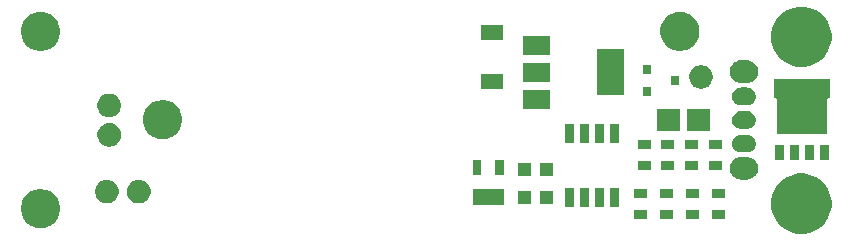
<source format=gbr>
G04 #@! TF.GenerationSoftware,KiCad,Pcbnew,5.1.0-unknown-9e240db~82~ubuntu18.04.1*
G04 #@! TF.CreationDate,2019-04-09T01:03:21+02:00*
G04 #@! TF.ProjectId,VoltMax PWM,566f6c74-4d61-4782-9050-574d2e6b6963,rev?*
G04 #@! TF.SameCoordinates,Original*
G04 #@! TF.FileFunction,Soldermask,Bot*
G04 #@! TF.FilePolarity,Negative*
%FSLAX46Y46*%
G04 Gerber Fmt 4.6, Leading zero omitted, Abs format (unit mm)*
G04 Created by KiCad (PCBNEW 5.1.0-unknown-9e240db~82~ubuntu18.04.1) date 2019-04-09 01:03:21*
%MOMM*%
%LPD*%
G04 APERTURE LIST*
%ADD10C,0.100000*%
G04 APERTURE END LIST*
D10*
G36*
X176480000Y-103288000D02*
G01*
X176331000Y-103300000D01*
X176186000Y-103335000D01*
X176048000Y-103392000D01*
X175920000Y-103470000D01*
X175807000Y-103567000D01*
X175710000Y-103680000D01*
X175632000Y-103808000D01*
X175575000Y-103946000D01*
X175540000Y-104091000D01*
X175528000Y-104240000D01*
X175540000Y-104389000D01*
X175575000Y-104534000D01*
X175632000Y-104672000D01*
X175710000Y-104800000D01*
X175807000Y-104913000D01*
X175920000Y-105010000D01*
X176048000Y-105088000D01*
X176186000Y-105145000D01*
X176331000Y-105180000D01*
X176480000Y-105192000D01*
X176980000Y-105192000D01*
X177129000Y-105180000D01*
X177274000Y-105145000D01*
X177412000Y-105088000D01*
X177540000Y-105010000D01*
X177653000Y-104913000D01*
X177750000Y-104800000D01*
X177828000Y-104672000D01*
X177885000Y-104534000D01*
X177920000Y-104389000D01*
X177932000Y-104240000D01*
X177920000Y-104091000D01*
X177885000Y-103946000D01*
X177828000Y-103808000D01*
X177750000Y-103680000D01*
X177653000Y-103567000D01*
X177540000Y-103470000D01*
X177412000Y-103392000D01*
X177274000Y-103335000D01*
X177129000Y-103300000D01*
X176980000Y-103288000D01*
X176480000Y-103288000D01*
G37*
G36*
X176480000Y-95088000D02*
G01*
X176331000Y-95100000D01*
X176186000Y-95135000D01*
X176048000Y-95192000D01*
X175920000Y-95270000D01*
X175807000Y-95367000D01*
X175710000Y-95480000D01*
X175632000Y-95608000D01*
X175575000Y-95746000D01*
X175540000Y-95891000D01*
X175528000Y-96040000D01*
X175540000Y-96189000D01*
X175575000Y-96334000D01*
X175632000Y-96472000D01*
X175710000Y-96600000D01*
X175807000Y-96713000D01*
X175920000Y-96810000D01*
X176048000Y-96888000D01*
X176186000Y-96945000D01*
X176331000Y-96980000D01*
X176480000Y-96992000D01*
X176980000Y-96992000D01*
X177129000Y-96980000D01*
X177274000Y-96945000D01*
X177412000Y-96888000D01*
X177540000Y-96810000D01*
X177653000Y-96713000D01*
X177750000Y-96600000D01*
X177828000Y-96472000D01*
X177885000Y-96334000D01*
X177920000Y-96189000D01*
X177932000Y-96040000D01*
X177920000Y-95891000D01*
X177885000Y-95746000D01*
X177828000Y-95608000D01*
X177750000Y-95480000D01*
X177653000Y-95367000D01*
X177540000Y-95270000D01*
X177412000Y-95192000D01*
X177274000Y-95135000D01*
X177129000Y-95100000D01*
X176980000Y-95088000D01*
X176480000Y-95088000D01*
G37*
G36*
X176480000Y-101388000D02*
G01*
X176362000Y-101397000D01*
X176248000Y-101425000D01*
X176139000Y-101470000D01*
X176038000Y-101532000D01*
X175948000Y-101608000D01*
X175872000Y-101698000D01*
X175810000Y-101799000D01*
X175765000Y-101908000D01*
X175737000Y-102022000D01*
X175728000Y-102140000D01*
X175737000Y-102258000D01*
X175765000Y-102372000D01*
X175810000Y-102481000D01*
X175872000Y-102582000D01*
X175948000Y-102672000D01*
X176038000Y-102748000D01*
X176139000Y-102810000D01*
X176248000Y-102855000D01*
X176362000Y-102883000D01*
X176480000Y-102892000D01*
X176980000Y-102892000D01*
X177098000Y-102883000D01*
X177212000Y-102855000D01*
X177321000Y-102810000D01*
X177422000Y-102748000D01*
X177512000Y-102672000D01*
X177588000Y-102582000D01*
X177650000Y-102481000D01*
X177695000Y-102372000D01*
X177723000Y-102258000D01*
X177732000Y-102140000D01*
X177723000Y-102022000D01*
X177695000Y-101908000D01*
X177650000Y-101799000D01*
X177588000Y-101698000D01*
X177512000Y-101608000D01*
X177422000Y-101532000D01*
X177321000Y-101470000D01*
X177212000Y-101425000D01*
X177098000Y-101397000D01*
X176980000Y-101388000D01*
X176480000Y-101388000D01*
G37*
G36*
X176480000Y-99388000D02*
G01*
X176362000Y-99397000D01*
X176248000Y-99425000D01*
X176139000Y-99470000D01*
X176038000Y-99532000D01*
X175948000Y-99608000D01*
X175872000Y-99698000D01*
X175810000Y-99799000D01*
X175765000Y-99908000D01*
X175737000Y-100022000D01*
X175728000Y-100140000D01*
X175737000Y-100258000D01*
X175765000Y-100372000D01*
X175810000Y-100481000D01*
X175872000Y-100582000D01*
X175948000Y-100672000D01*
X176038000Y-100748000D01*
X176139000Y-100810000D01*
X176248000Y-100855000D01*
X176362000Y-100883000D01*
X176480000Y-100892000D01*
X176980000Y-100892000D01*
X177098000Y-100883000D01*
X177212000Y-100855000D01*
X177321000Y-100810000D01*
X177422000Y-100748000D01*
X177512000Y-100672000D01*
X177588000Y-100582000D01*
X177650000Y-100481000D01*
X177695000Y-100372000D01*
X177723000Y-100258000D01*
X177732000Y-100140000D01*
X177723000Y-100022000D01*
X177695000Y-99908000D01*
X177650000Y-99799000D01*
X177588000Y-99698000D01*
X177512000Y-99608000D01*
X177422000Y-99532000D01*
X177321000Y-99470000D01*
X177212000Y-99425000D01*
X177098000Y-99397000D01*
X176980000Y-99388000D01*
X176480000Y-99388000D01*
G37*
G36*
X176480000Y-97388000D02*
G01*
X176362000Y-97397000D01*
X176248000Y-97425000D01*
X176139000Y-97470000D01*
X176038000Y-97532000D01*
X175948000Y-97608000D01*
X175872000Y-97698000D01*
X175810000Y-97799000D01*
X175765000Y-97908000D01*
X175737000Y-98022000D01*
X175728000Y-98140000D01*
X175737000Y-98258000D01*
X175765000Y-98372000D01*
X175810000Y-98481000D01*
X175872000Y-98582000D01*
X175948000Y-98672000D01*
X176038000Y-98748000D01*
X176139000Y-98810000D01*
X176248000Y-98855000D01*
X176362000Y-98883000D01*
X176480000Y-98892000D01*
X176980000Y-98892000D01*
X177098000Y-98883000D01*
X177212000Y-98855000D01*
X177321000Y-98810000D01*
X177422000Y-98748000D01*
X177512000Y-98672000D01*
X177588000Y-98582000D01*
X177650000Y-98481000D01*
X177695000Y-98372000D01*
X177723000Y-98258000D01*
X177732000Y-98140000D01*
X177723000Y-98022000D01*
X177695000Y-97908000D01*
X177650000Y-97799000D01*
X177588000Y-97698000D01*
X177512000Y-97608000D01*
X177422000Y-97532000D01*
X177321000Y-97470000D01*
X177212000Y-97425000D01*
X177098000Y-97397000D01*
X176980000Y-97388000D01*
X176480000Y-97388000D01*
G37*
G36*
X182344098Y-104767033D02*
G01*
X182808350Y-104959332D01*
X182808352Y-104959333D01*
X183226168Y-105238509D01*
X183581491Y-105593832D01*
X183852216Y-105999000D01*
X183860668Y-106011650D01*
X184052967Y-106475902D01*
X184151000Y-106968747D01*
X184151000Y-107471253D01*
X184052967Y-107964098D01*
X183861625Y-108426040D01*
X183860667Y-108428352D01*
X183581491Y-108846168D01*
X183226168Y-109201491D01*
X182808352Y-109480667D01*
X182808351Y-109480668D01*
X182808350Y-109480668D01*
X182344098Y-109672967D01*
X181851253Y-109771000D01*
X181348747Y-109771000D01*
X180855902Y-109672967D01*
X180391650Y-109480668D01*
X180391649Y-109480668D01*
X180391648Y-109480667D01*
X179973832Y-109201491D01*
X179618509Y-108846168D01*
X179339333Y-108428352D01*
X179338375Y-108426040D01*
X179147033Y-107964098D01*
X179049000Y-107471253D01*
X179049000Y-106968747D01*
X179147033Y-106475902D01*
X179339332Y-106011650D01*
X179347784Y-105999000D01*
X179618509Y-105593832D01*
X179973832Y-105238509D01*
X180391648Y-104959333D01*
X180391650Y-104959332D01*
X180855902Y-104767033D01*
X181348747Y-104669000D01*
X181851253Y-104669000D01*
X182344098Y-104767033D01*
X182344098Y-104767033D01*
G37*
G36*
X117544256Y-106035298D02*
G01*
X117650579Y-106056447D01*
X117951042Y-106180903D01*
X118221451Y-106361585D01*
X118451415Y-106591549D01*
X118632097Y-106861958D01*
X118725564Y-107087606D01*
X118756553Y-107162422D01*
X118817984Y-107471253D01*
X118820000Y-107481391D01*
X118820000Y-107806609D01*
X118756553Y-108125579D01*
X118632097Y-108426042D01*
X118451415Y-108696451D01*
X118221451Y-108926415D01*
X117951042Y-109107097D01*
X117650579Y-109231553D01*
X117544256Y-109252702D01*
X117331611Y-109295000D01*
X117006389Y-109295000D01*
X116793744Y-109252702D01*
X116687421Y-109231553D01*
X116386958Y-109107097D01*
X116116549Y-108926415D01*
X115886585Y-108696451D01*
X115705903Y-108426042D01*
X115581447Y-108125579D01*
X115518000Y-107806609D01*
X115518000Y-107481391D01*
X115520017Y-107471253D01*
X115581447Y-107162422D01*
X115612437Y-107087606D01*
X115705903Y-106861958D01*
X115886585Y-106591549D01*
X116116549Y-106361585D01*
X116386958Y-106180903D01*
X116687421Y-106056447D01*
X116793744Y-106035298D01*
X117006389Y-105993000D01*
X117331611Y-105993000D01*
X117544256Y-106035298D01*
X117544256Y-106035298D01*
G37*
G36*
X168551000Y-108513000D02*
G01*
X167449000Y-108513000D01*
X167449000Y-107741000D01*
X168551000Y-107741000D01*
X168551000Y-108513000D01*
X168551000Y-108513000D01*
G37*
G36*
X172967000Y-108513000D02*
G01*
X171865000Y-108513000D01*
X171865000Y-107741000D01*
X172967000Y-107741000D01*
X172967000Y-108513000D01*
X172967000Y-108513000D01*
G37*
G36*
X170751000Y-108513000D02*
G01*
X169649000Y-108513000D01*
X169649000Y-107741000D01*
X170751000Y-107741000D01*
X170751000Y-108513000D01*
X170751000Y-108513000D01*
G37*
G36*
X175151000Y-108513000D02*
G01*
X174049000Y-108513000D01*
X174049000Y-107741000D01*
X175151000Y-107741000D01*
X175151000Y-108513000D01*
X175151000Y-108513000D01*
G37*
G36*
X164911000Y-107525500D02*
G01*
X164159000Y-107525500D01*
X164159000Y-105898500D01*
X164911000Y-105898500D01*
X164911000Y-107525500D01*
X164911000Y-107525500D01*
G37*
G36*
X166181000Y-107525500D02*
G01*
X165429000Y-107525500D01*
X165429000Y-105898500D01*
X166181000Y-105898500D01*
X166181000Y-107525500D01*
X166181000Y-107525500D01*
G37*
G36*
X163641000Y-107525500D02*
G01*
X162889000Y-107525500D01*
X162889000Y-105898500D01*
X163641000Y-105898500D01*
X163641000Y-107525500D01*
X163641000Y-107525500D01*
G37*
G36*
X162371000Y-107525500D02*
G01*
X161619000Y-107525500D01*
X161619000Y-105898500D01*
X162371000Y-105898500D01*
X162371000Y-107525500D01*
X162371000Y-107525500D01*
G37*
G36*
X156401000Y-107301000D02*
G01*
X153799000Y-107301000D01*
X153799000Y-105999000D01*
X156401000Y-105999000D01*
X156401000Y-107301000D01*
X156401000Y-107301000D01*
G37*
G36*
X158701000Y-107251000D02*
G01*
X157599000Y-107251000D01*
X157599000Y-106149000D01*
X158701000Y-106149000D01*
X158701000Y-107251000D01*
X158701000Y-107251000D01*
G37*
G36*
X160601000Y-107251000D02*
G01*
X159499000Y-107251000D01*
X159499000Y-106149000D01*
X160601000Y-106149000D01*
X160601000Y-107251000D01*
X160601000Y-107251000D01*
G37*
G36*
X122995403Y-105217646D02*
G01*
X123092156Y-105236891D01*
X123167658Y-105268165D01*
X123274434Y-105312393D01*
X123274435Y-105312394D01*
X123438483Y-105422007D01*
X123577993Y-105561517D01*
X123577994Y-105561519D01*
X123687607Y-105725566D01*
X123731835Y-105832342D01*
X123759239Y-105898500D01*
X123763109Y-105907845D01*
X123801600Y-106101350D01*
X123801600Y-106298650D01*
X123763109Y-106492155D01*
X123687607Y-106674434D01*
X123687606Y-106674435D01*
X123577993Y-106838483D01*
X123438483Y-106977993D01*
X123355902Y-107033172D01*
X123274434Y-107087607D01*
X123167658Y-107131835D01*
X123092156Y-107163109D01*
X122995403Y-107182354D01*
X122898650Y-107201600D01*
X122701350Y-107201600D01*
X122604597Y-107182354D01*
X122507844Y-107163109D01*
X122432342Y-107131835D01*
X122325566Y-107087607D01*
X122244098Y-107033172D01*
X122161517Y-106977993D01*
X122022007Y-106838483D01*
X121912394Y-106674435D01*
X121912393Y-106674434D01*
X121836891Y-106492155D01*
X121798400Y-106298650D01*
X121798400Y-106101350D01*
X121836891Y-105907845D01*
X121840762Y-105898500D01*
X121868165Y-105832342D01*
X121912393Y-105725566D01*
X122022006Y-105561519D01*
X122022007Y-105561517D01*
X122161517Y-105422007D01*
X122325565Y-105312394D01*
X122325566Y-105312393D01*
X122432342Y-105268165D01*
X122507844Y-105236891D01*
X122604597Y-105217646D01*
X122701350Y-105198400D01*
X122898650Y-105198400D01*
X122995403Y-105217646D01*
X122995403Y-105217646D01*
G37*
G36*
X125695403Y-105217646D02*
G01*
X125792156Y-105236891D01*
X125867658Y-105268165D01*
X125974434Y-105312393D01*
X125974435Y-105312394D01*
X126138483Y-105422007D01*
X126277993Y-105561517D01*
X126277994Y-105561519D01*
X126387607Y-105725566D01*
X126431835Y-105832342D01*
X126459239Y-105898500D01*
X126463109Y-105907845D01*
X126501600Y-106101350D01*
X126501600Y-106298650D01*
X126463109Y-106492155D01*
X126387607Y-106674434D01*
X126387606Y-106674435D01*
X126277993Y-106838483D01*
X126138483Y-106977993D01*
X126055902Y-107033172D01*
X125974434Y-107087607D01*
X125867658Y-107131835D01*
X125792156Y-107163109D01*
X125695403Y-107182354D01*
X125598650Y-107201600D01*
X125401350Y-107201600D01*
X125304597Y-107182354D01*
X125207844Y-107163109D01*
X125132342Y-107131835D01*
X125025566Y-107087607D01*
X124944098Y-107033172D01*
X124861517Y-106977993D01*
X124722007Y-106838483D01*
X124612394Y-106674435D01*
X124612393Y-106674434D01*
X124536891Y-106492155D01*
X124498400Y-106298650D01*
X124498400Y-106101350D01*
X124536891Y-105907845D01*
X124540762Y-105898500D01*
X124568165Y-105832342D01*
X124612393Y-105725566D01*
X124722006Y-105561519D01*
X124722007Y-105561517D01*
X124861517Y-105422007D01*
X125025565Y-105312394D01*
X125025566Y-105312393D01*
X125132342Y-105268165D01*
X125207844Y-105236891D01*
X125304597Y-105217646D01*
X125401350Y-105198400D01*
X125598650Y-105198400D01*
X125695403Y-105217646D01*
X125695403Y-105217646D01*
G37*
G36*
X168551000Y-106763000D02*
G01*
X167449000Y-106763000D01*
X167449000Y-105991000D01*
X168551000Y-105991000D01*
X168551000Y-106763000D01*
X168551000Y-106763000D01*
G37*
G36*
X170751000Y-106763000D02*
G01*
X169649000Y-106763000D01*
X169649000Y-105991000D01*
X170751000Y-105991000D01*
X170751000Y-106763000D01*
X170751000Y-106763000D01*
G37*
G36*
X172967000Y-106763000D02*
G01*
X171865000Y-106763000D01*
X171865000Y-105991000D01*
X172967000Y-105991000D01*
X172967000Y-106763000D01*
X172967000Y-106763000D01*
G37*
G36*
X175151000Y-106763000D02*
G01*
X174049000Y-106763000D01*
X174049000Y-105991000D01*
X175151000Y-105991000D01*
X175151000Y-106763000D01*
X175151000Y-106763000D01*
G37*
G36*
X177007570Y-103324969D02*
G01*
X177180753Y-103396704D01*
X177336607Y-103500842D01*
X177469158Y-103633393D01*
X177573296Y-103789247D01*
X177645031Y-103962430D01*
X177681600Y-104146274D01*
X177681600Y-104333726D01*
X177645031Y-104517570D01*
X177573296Y-104690753D01*
X177469158Y-104846607D01*
X177336607Y-104979158D01*
X177180753Y-105083296D01*
X177007570Y-105155031D01*
X176823726Y-105191600D01*
X176636274Y-105191600D01*
X176452430Y-105155031D01*
X176279247Y-105083296D01*
X176123393Y-104979158D01*
X175990842Y-104846607D01*
X175886704Y-104690753D01*
X175814969Y-104517570D01*
X175778400Y-104333726D01*
X175778400Y-104146274D01*
X175814969Y-103962430D01*
X175886704Y-103789247D01*
X175990842Y-103633393D01*
X176123393Y-103500842D01*
X176279247Y-103396704D01*
X176452430Y-103324969D01*
X176636274Y-103288400D01*
X176823726Y-103288400D01*
X177007570Y-103324969D01*
X177007570Y-103324969D01*
G37*
G36*
X160601000Y-104851000D02*
G01*
X159499000Y-104851000D01*
X159499000Y-103749000D01*
X160601000Y-103749000D01*
X160601000Y-104851000D01*
X160601000Y-104851000D01*
G37*
G36*
X158701000Y-104851000D02*
G01*
X157599000Y-104851000D01*
X157599000Y-103749000D01*
X158701000Y-103749000D01*
X158701000Y-104851000D01*
X158701000Y-104851000D01*
G37*
G36*
X154501000Y-104801000D02*
G01*
X153799000Y-104801000D01*
X153799000Y-103499000D01*
X154501000Y-103499000D01*
X154501000Y-104801000D01*
X154501000Y-104801000D01*
G37*
G36*
X156401000Y-104801000D02*
G01*
X155699000Y-104801000D01*
X155699000Y-103499000D01*
X156401000Y-103499000D01*
X156401000Y-104801000D01*
X156401000Y-104801000D01*
G37*
G36*
X174851000Y-104361000D02*
G01*
X173749000Y-104361000D01*
X173749000Y-103589000D01*
X174851000Y-103589000D01*
X174851000Y-104361000D01*
X174851000Y-104361000D01*
G37*
G36*
X168851000Y-104361000D02*
G01*
X167749000Y-104361000D01*
X167749000Y-103589000D01*
X168851000Y-103589000D01*
X168851000Y-104361000D01*
X168851000Y-104361000D01*
G37*
G36*
X170851000Y-104361000D02*
G01*
X169749000Y-104361000D01*
X169749000Y-103589000D01*
X170851000Y-103589000D01*
X170851000Y-104361000D01*
X170851000Y-104361000D01*
G37*
G36*
X172851000Y-104361000D02*
G01*
X171749000Y-104361000D01*
X171749000Y-103589000D01*
X172851000Y-103589000D01*
X172851000Y-104361000D01*
X172851000Y-104361000D01*
G37*
G36*
X180146000Y-103551000D02*
G01*
X179344000Y-103551000D01*
X179344000Y-102299000D01*
X180146000Y-102299000D01*
X180146000Y-103551000D01*
X180146000Y-103551000D01*
G37*
G36*
X181416000Y-103551000D02*
G01*
X180614000Y-103551000D01*
X180614000Y-102299000D01*
X181416000Y-102299000D01*
X181416000Y-103551000D01*
X181416000Y-103551000D01*
G37*
G36*
X183956000Y-103551000D02*
G01*
X183154000Y-103551000D01*
X183154000Y-102299000D01*
X183956000Y-102299000D01*
X183956000Y-103551000D01*
X183956000Y-103551000D01*
G37*
G36*
X182686000Y-103551000D02*
G01*
X181884000Y-103551000D01*
X181884000Y-102299000D01*
X182686000Y-102299000D01*
X182686000Y-103551000D01*
X182686000Y-103551000D01*
G37*
G36*
X176949234Y-101417283D02*
G01*
X177086016Y-101473940D01*
X177209117Y-101556194D01*
X177313806Y-101660883D01*
X177396060Y-101783984D01*
X177452717Y-101920766D01*
X177481600Y-102065974D01*
X177481600Y-102214026D01*
X177452717Y-102359234D01*
X177396060Y-102496016D01*
X177313806Y-102619117D01*
X177209117Y-102723806D01*
X177086016Y-102806060D01*
X176949234Y-102862717D01*
X176804026Y-102891600D01*
X176655974Y-102891600D01*
X176510766Y-102862717D01*
X176373984Y-102806060D01*
X176250883Y-102723806D01*
X176146194Y-102619117D01*
X176063940Y-102496016D01*
X176007283Y-102359234D01*
X175978400Y-102214026D01*
X175978400Y-102065974D01*
X176007283Y-101920766D01*
X176063940Y-101783984D01*
X176146194Y-101660883D01*
X176250883Y-101556194D01*
X176373984Y-101473940D01*
X176510766Y-101417283D01*
X176655974Y-101388400D01*
X176804026Y-101388400D01*
X176949234Y-101417283D01*
X176949234Y-101417283D01*
G37*
G36*
X172851000Y-102611000D02*
G01*
X171749000Y-102611000D01*
X171749000Y-101839000D01*
X172851000Y-101839000D01*
X172851000Y-102611000D01*
X172851000Y-102611000D01*
G37*
G36*
X170851000Y-102611000D02*
G01*
X169749000Y-102611000D01*
X169749000Y-101839000D01*
X170851000Y-101839000D01*
X170851000Y-102611000D01*
X170851000Y-102611000D01*
G37*
G36*
X174851000Y-102611000D02*
G01*
X173749000Y-102611000D01*
X173749000Y-101839000D01*
X174851000Y-101839000D01*
X174851000Y-102611000D01*
X174851000Y-102611000D01*
G37*
G36*
X168851000Y-102611000D02*
G01*
X167749000Y-102611000D01*
X167749000Y-101839000D01*
X168851000Y-101839000D01*
X168851000Y-102611000D01*
X168851000Y-102611000D01*
G37*
G36*
X123195403Y-100417646D02*
G01*
X123292156Y-100436891D01*
X123367658Y-100468165D01*
X123474434Y-100512393D01*
X123474435Y-100512394D01*
X123638483Y-100622007D01*
X123777993Y-100761517D01*
X123807756Y-100806061D01*
X123887607Y-100925566D01*
X123931835Y-101032342D01*
X123963109Y-101107844D01*
X124001600Y-101301351D01*
X124001600Y-101498649D01*
X123969330Y-101660883D01*
X123963109Y-101692155D01*
X123887607Y-101874434D01*
X123856649Y-101920766D01*
X123777993Y-102038483D01*
X123638483Y-102177993D01*
X123555901Y-102233172D01*
X123474434Y-102287607D01*
X123367658Y-102331835D01*
X123292156Y-102363109D01*
X123195403Y-102382354D01*
X123098650Y-102401600D01*
X122901350Y-102401600D01*
X122804597Y-102382354D01*
X122707844Y-102363109D01*
X122632342Y-102331835D01*
X122525566Y-102287607D01*
X122444098Y-102233172D01*
X122361517Y-102177993D01*
X122222007Y-102038483D01*
X122143351Y-101920766D01*
X122112393Y-101874434D01*
X122036891Y-101692155D01*
X122030671Y-101660883D01*
X121998400Y-101498649D01*
X121998400Y-101301351D01*
X122036891Y-101107844D01*
X122068165Y-101032342D01*
X122112393Y-100925566D01*
X122192244Y-100806061D01*
X122222007Y-100761517D01*
X122361517Y-100622007D01*
X122525565Y-100512394D01*
X122525566Y-100512393D01*
X122632342Y-100468165D01*
X122707844Y-100436891D01*
X122804598Y-100417645D01*
X122901350Y-100398400D01*
X123098650Y-100398400D01*
X123195403Y-100417646D01*
X123195403Y-100417646D01*
G37*
G36*
X166181000Y-102101500D02*
G01*
X165429000Y-102101500D01*
X165429000Y-100474500D01*
X166181000Y-100474500D01*
X166181000Y-102101500D01*
X166181000Y-102101500D01*
G37*
G36*
X164911000Y-102101500D02*
G01*
X164159000Y-102101500D01*
X164159000Y-100474500D01*
X164911000Y-100474500D01*
X164911000Y-102101500D01*
X164911000Y-102101500D01*
G37*
G36*
X163641000Y-102101500D02*
G01*
X162889000Y-102101500D01*
X162889000Y-100474500D01*
X163641000Y-100474500D01*
X163641000Y-102101500D01*
X163641000Y-102101500D01*
G37*
G36*
X162371000Y-102101500D02*
G01*
X161619000Y-102101500D01*
X161619000Y-100474500D01*
X162371000Y-100474500D01*
X162371000Y-102101500D01*
X162371000Y-102101500D01*
G37*
G36*
X127890256Y-98506298D02*
G01*
X127996579Y-98527447D01*
X128297042Y-98651903D01*
X128567451Y-98832585D01*
X128797415Y-99062549D01*
X128978097Y-99332958D01*
X128978098Y-99332960D01*
X129001062Y-99388400D01*
X129102553Y-99633421D01*
X129108016Y-99660884D01*
X129159710Y-99920766D01*
X129166000Y-99952391D01*
X129166000Y-100277609D01*
X129102553Y-100596579D01*
X128978097Y-100897042D01*
X128797415Y-101167451D01*
X128567451Y-101397415D01*
X128297042Y-101578097D01*
X127996579Y-101702553D01*
X127890256Y-101723702D01*
X127677611Y-101766000D01*
X127352389Y-101766000D01*
X127139744Y-101723702D01*
X127033421Y-101702553D01*
X126732958Y-101578097D01*
X126462549Y-101397415D01*
X126232585Y-101167451D01*
X126051903Y-100897042D01*
X125927447Y-100596579D01*
X125864000Y-100277609D01*
X125864000Y-99952391D01*
X125870291Y-99920766D01*
X125921984Y-99660884D01*
X125927447Y-99633421D01*
X126028938Y-99388400D01*
X126051902Y-99332960D01*
X126051903Y-99332958D01*
X126232585Y-99062549D01*
X126462549Y-98832585D01*
X126732958Y-98651903D01*
X127033421Y-98527447D01*
X127139744Y-98506298D01*
X127352389Y-98464000D01*
X127677611Y-98464000D01*
X127890256Y-98506298D01*
X127890256Y-98506298D01*
G37*
G36*
X184051000Y-98251000D02*
G01*
X183925999Y-98251000D01*
X183901613Y-98253402D01*
X183878164Y-98260515D01*
X183856553Y-98272066D01*
X183837611Y-98287611D01*
X183822066Y-98306553D01*
X183810515Y-98328164D01*
X183803402Y-98351613D01*
X183801000Y-98375999D01*
X183801000Y-101351000D01*
X179499000Y-101351000D01*
X179499000Y-98375999D01*
X179496598Y-98351613D01*
X179489485Y-98328164D01*
X179477934Y-98306553D01*
X179462389Y-98287611D01*
X179443447Y-98272066D01*
X179421836Y-98260515D01*
X179398387Y-98253402D01*
X179374001Y-98251000D01*
X179249000Y-98251000D01*
X179249000Y-96649000D01*
X184051000Y-96649000D01*
X184051000Y-98251000D01*
X184051000Y-98251000D01*
G37*
G36*
X173831000Y-101095000D02*
G01*
X171929000Y-101095000D01*
X171929000Y-99193000D01*
X173831000Y-99193000D01*
X173831000Y-101095000D01*
X173831000Y-101095000D01*
G37*
G36*
X171291000Y-101095000D02*
G01*
X169389000Y-101095000D01*
X169389000Y-99193000D01*
X171291000Y-99193000D01*
X171291000Y-101095000D01*
X171291000Y-101095000D01*
G37*
G36*
X176949234Y-99417283D02*
G01*
X177086016Y-99473940D01*
X177209117Y-99556194D01*
X177313806Y-99660883D01*
X177396060Y-99783984D01*
X177452717Y-99920766D01*
X177481600Y-100065974D01*
X177481600Y-100214026D01*
X177452717Y-100359234D01*
X177396060Y-100496016D01*
X177313806Y-100619117D01*
X177209117Y-100723806D01*
X177086016Y-100806060D01*
X176949234Y-100862717D01*
X176804026Y-100891600D01*
X176655974Y-100891600D01*
X176510766Y-100862717D01*
X176373984Y-100806060D01*
X176250883Y-100723806D01*
X176146194Y-100619117D01*
X176063940Y-100496016D01*
X176007283Y-100359234D01*
X175978400Y-100214026D01*
X175978400Y-100065974D01*
X176007283Y-99920766D01*
X176063940Y-99783984D01*
X176146194Y-99660883D01*
X176250883Y-99556194D01*
X176373984Y-99473940D01*
X176510766Y-99417283D01*
X176655974Y-99388400D01*
X176804026Y-99388400D01*
X176949234Y-99417283D01*
X176949234Y-99417283D01*
G37*
G36*
X123140812Y-97920765D02*
G01*
X123272156Y-97946891D01*
X123347658Y-97978165D01*
X123454434Y-98022393D01*
X123454435Y-98022394D01*
X123618483Y-98132007D01*
X123757993Y-98271517D01*
X123781403Y-98306553D01*
X123867607Y-98435566D01*
X123892645Y-98496013D01*
X123943109Y-98617844D01*
X123949884Y-98651903D01*
X123981600Y-98811350D01*
X123981600Y-99008650D01*
X123943109Y-99202155D01*
X123867607Y-99384434D01*
X123813172Y-99465902D01*
X123757993Y-99548483D01*
X123618483Y-99687993D01*
X123535902Y-99743172D01*
X123454434Y-99797607D01*
X123347658Y-99841835D01*
X123272156Y-99873109D01*
X123175402Y-99892355D01*
X123078650Y-99911600D01*
X122881350Y-99911600D01*
X122784598Y-99892355D01*
X122687844Y-99873109D01*
X122612342Y-99841835D01*
X122505566Y-99797607D01*
X122424098Y-99743172D01*
X122341517Y-99687993D01*
X122202007Y-99548483D01*
X122146828Y-99465902D01*
X122092393Y-99384434D01*
X122016891Y-99202155D01*
X121978400Y-99008650D01*
X121978400Y-98811350D01*
X122010116Y-98651903D01*
X122016891Y-98617844D01*
X122067355Y-98496013D01*
X122092393Y-98435566D01*
X122178597Y-98306553D01*
X122202007Y-98271517D01*
X122341517Y-98132007D01*
X122505565Y-98022394D01*
X122505566Y-98022393D01*
X122612342Y-97978165D01*
X122687844Y-97946891D01*
X122819188Y-97920765D01*
X122881350Y-97908400D01*
X123078650Y-97908400D01*
X123140812Y-97920765D01*
X123140812Y-97920765D01*
G37*
G36*
X160301000Y-99201000D02*
G01*
X157999000Y-99201000D01*
X157999000Y-97599000D01*
X160301000Y-97599000D01*
X160301000Y-99201000D01*
X160301000Y-99201000D01*
G37*
G36*
X176949234Y-97417283D02*
G01*
X177086016Y-97473940D01*
X177209117Y-97556194D01*
X177313806Y-97660883D01*
X177396060Y-97783984D01*
X177452717Y-97920766D01*
X177481600Y-98065974D01*
X177481600Y-98214026D01*
X177452717Y-98359234D01*
X177396060Y-98496016D01*
X177313806Y-98619117D01*
X177209117Y-98723806D01*
X177086016Y-98806060D01*
X176949234Y-98862717D01*
X176804026Y-98891600D01*
X176655974Y-98891600D01*
X176510766Y-98862717D01*
X176373984Y-98806060D01*
X176250883Y-98723806D01*
X176146194Y-98619117D01*
X176063940Y-98496016D01*
X176007283Y-98359234D01*
X175978400Y-98214026D01*
X175978400Y-98065974D01*
X176007283Y-97920766D01*
X176063940Y-97783984D01*
X176146194Y-97660883D01*
X176250883Y-97556194D01*
X176373984Y-97473940D01*
X176510766Y-97417283D01*
X176655974Y-97388400D01*
X176804026Y-97388400D01*
X176949234Y-97417283D01*
X176949234Y-97417283D01*
G37*
G36*
X168850500Y-98111000D02*
G01*
X168173500Y-98111000D01*
X168173500Y-97389000D01*
X168850500Y-97389000D01*
X168850500Y-98111000D01*
X168850500Y-98111000D01*
G37*
G36*
X166601000Y-98051000D02*
G01*
X164299000Y-98051000D01*
X164299000Y-94149000D01*
X166601000Y-94149000D01*
X166601000Y-98051000D01*
X166601000Y-98051000D01*
G37*
G36*
X173295403Y-95517646D02*
G01*
X173392156Y-95536891D01*
X173467658Y-95568165D01*
X173574434Y-95612393D01*
X173574435Y-95612394D01*
X173738483Y-95722007D01*
X173877993Y-95861517D01*
X173877994Y-95861519D01*
X173987607Y-96025566D01*
X174063109Y-96207845D01*
X174101600Y-96401350D01*
X174101600Y-96598650D01*
X174063109Y-96792155D01*
X173987607Y-96974434D01*
X173987606Y-96974435D01*
X173877993Y-97138483D01*
X173738483Y-97277993D01*
X173655902Y-97333172D01*
X173574434Y-97387607D01*
X173467658Y-97431835D01*
X173392156Y-97463109D01*
X173337710Y-97473939D01*
X173198650Y-97501600D01*
X173001350Y-97501600D01*
X172862290Y-97473939D01*
X172807844Y-97463109D01*
X172732342Y-97431835D01*
X172625566Y-97387607D01*
X172544098Y-97333172D01*
X172461517Y-97277993D01*
X172322007Y-97138483D01*
X172212394Y-96974435D01*
X172212393Y-96974434D01*
X172136891Y-96792155D01*
X172098400Y-96598650D01*
X172098400Y-96401350D01*
X172136891Y-96207845D01*
X172212393Y-96025566D01*
X172322006Y-95861519D01*
X172322007Y-95861517D01*
X172461517Y-95722007D01*
X172625565Y-95612394D01*
X172625566Y-95612393D01*
X172732342Y-95568165D01*
X172807844Y-95536891D01*
X172904598Y-95517645D01*
X173001350Y-95498400D01*
X173198650Y-95498400D01*
X173295403Y-95517646D01*
X173295403Y-95517646D01*
G37*
G36*
X156311000Y-97486000D02*
G01*
X154489000Y-97486000D01*
X154489000Y-96264000D01*
X156311000Y-96264000D01*
X156311000Y-97486000D01*
X156311000Y-97486000D01*
G37*
G36*
X171226500Y-97161000D02*
G01*
X170549500Y-97161000D01*
X170549500Y-96439000D01*
X171226500Y-96439000D01*
X171226500Y-97161000D01*
X171226500Y-97161000D01*
G37*
G36*
X177007570Y-95124969D02*
G01*
X177180753Y-95196704D01*
X177336607Y-95300842D01*
X177469158Y-95433393D01*
X177573296Y-95589247D01*
X177645031Y-95762430D01*
X177681600Y-95946274D01*
X177681600Y-96133726D01*
X177645031Y-96317570D01*
X177573296Y-96490753D01*
X177469158Y-96646607D01*
X177336607Y-96779158D01*
X177180753Y-96883296D01*
X177007570Y-96955031D01*
X176823726Y-96991600D01*
X176636274Y-96991600D01*
X176452430Y-96955031D01*
X176279247Y-96883296D01*
X176123393Y-96779158D01*
X175990842Y-96646607D01*
X175886704Y-96490753D01*
X175814969Y-96317570D01*
X175778400Y-96133726D01*
X175778400Y-95946274D01*
X175814969Y-95762430D01*
X175886704Y-95589247D01*
X175990842Y-95433393D01*
X176123393Y-95300842D01*
X176279247Y-95196704D01*
X176452430Y-95124969D01*
X176636274Y-95088400D01*
X176823726Y-95088400D01*
X177007570Y-95124969D01*
X177007570Y-95124969D01*
G37*
G36*
X160301000Y-96901000D02*
G01*
X157999000Y-96901000D01*
X157999000Y-95299000D01*
X160301000Y-95299000D01*
X160301000Y-96901000D01*
X160301000Y-96901000D01*
G37*
G36*
X168850500Y-96211000D02*
G01*
X168173500Y-96211000D01*
X168173500Y-95489000D01*
X168850500Y-95489000D01*
X168850500Y-96211000D01*
X168850500Y-96211000D01*
G37*
G36*
X182344098Y-90637033D02*
G01*
X182808350Y-90829332D01*
X182808352Y-90829333D01*
X183226168Y-91108509D01*
X183581491Y-91463832D01*
X183860667Y-91881648D01*
X183860668Y-91881650D01*
X184052967Y-92345902D01*
X184151000Y-92838747D01*
X184151000Y-93341253D01*
X184052967Y-93834098D01*
X183888502Y-94231153D01*
X183860667Y-94298352D01*
X183581491Y-94716168D01*
X183226168Y-95071491D01*
X182808352Y-95350667D01*
X182808351Y-95350668D01*
X182808350Y-95350668D01*
X182344098Y-95542967D01*
X181851253Y-95641000D01*
X181348747Y-95641000D01*
X180855902Y-95542967D01*
X180391650Y-95350668D01*
X180391649Y-95350668D01*
X180391648Y-95350667D01*
X179973832Y-95071491D01*
X179618509Y-94716168D01*
X179339333Y-94298352D01*
X179311498Y-94231153D01*
X179147033Y-93834098D01*
X179049000Y-93341253D01*
X179049000Y-92838747D01*
X179147033Y-92345902D01*
X179339332Y-91881650D01*
X179339333Y-91881648D01*
X179618509Y-91463832D01*
X179973832Y-91108509D01*
X180391648Y-90829333D01*
X180391650Y-90829332D01*
X180855902Y-90637033D01*
X181348747Y-90539000D01*
X181851253Y-90539000D01*
X182344098Y-90637033D01*
X182344098Y-90637033D01*
G37*
G36*
X160301000Y-94601000D02*
G01*
X157999000Y-94601000D01*
X157999000Y-92999000D01*
X160301000Y-92999000D01*
X160301000Y-94601000D01*
X160301000Y-94601000D01*
G37*
G36*
X117544256Y-91034898D02*
G01*
X117650579Y-91056047D01*
X117951042Y-91180503D01*
X118221451Y-91361185D01*
X118451415Y-91591149D01*
X118451416Y-91591151D01*
X118632098Y-91861560D01*
X118668550Y-91949563D01*
X118756553Y-92162021D01*
X118820000Y-92480991D01*
X118820000Y-92806209D01*
X118756553Y-93125179D01*
X118632097Y-93425642D01*
X118451415Y-93696051D01*
X118221451Y-93926015D01*
X117951042Y-94106697D01*
X117650579Y-94231153D01*
X117544256Y-94252302D01*
X117331611Y-94294600D01*
X117006389Y-94294600D01*
X116793744Y-94252302D01*
X116687421Y-94231153D01*
X116386958Y-94106697D01*
X116116549Y-93926015D01*
X115886585Y-93696051D01*
X115705903Y-93425642D01*
X115581447Y-93125179D01*
X115518000Y-92806209D01*
X115518000Y-92480991D01*
X115581447Y-92162021D01*
X115669450Y-91949563D01*
X115705902Y-91861560D01*
X115886584Y-91591151D01*
X115886585Y-91591149D01*
X116116549Y-91361185D01*
X116386958Y-91180503D01*
X116687421Y-91056047D01*
X116793744Y-91034898D01*
X117006389Y-90992600D01*
X117331611Y-90992600D01*
X117544256Y-91034898D01*
X117544256Y-91034898D01*
G37*
G36*
X171684256Y-91034898D02*
G01*
X171790579Y-91056047D01*
X172091042Y-91180503D01*
X172361451Y-91361185D01*
X172591415Y-91591149D01*
X172591416Y-91591151D01*
X172772098Y-91861560D01*
X172808550Y-91949563D01*
X172896553Y-92162021D01*
X172960000Y-92480991D01*
X172960000Y-92806209D01*
X172896553Y-93125179D01*
X172772097Y-93425642D01*
X172591415Y-93696051D01*
X172361451Y-93926015D01*
X172091042Y-94106697D01*
X171790579Y-94231153D01*
X171684256Y-94252302D01*
X171471611Y-94294600D01*
X171146389Y-94294600D01*
X170933744Y-94252302D01*
X170827421Y-94231153D01*
X170526958Y-94106697D01*
X170256549Y-93926015D01*
X170026585Y-93696051D01*
X169845903Y-93425642D01*
X169721447Y-93125179D01*
X169658000Y-92806209D01*
X169658000Y-92480991D01*
X169721447Y-92162021D01*
X169809450Y-91949563D01*
X169845902Y-91861560D01*
X170026584Y-91591151D01*
X170026585Y-91591149D01*
X170256549Y-91361185D01*
X170526958Y-91180503D01*
X170827421Y-91056047D01*
X170933744Y-91034898D01*
X171146389Y-90992600D01*
X171471611Y-90992600D01*
X171684256Y-91034898D01*
X171684256Y-91034898D01*
G37*
G36*
X156311000Y-93336000D02*
G01*
X154489000Y-93336000D01*
X154489000Y-92114000D01*
X156311000Y-92114000D01*
X156311000Y-93336000D01*
X156311000Y-93336000D01*
G37*
M02*

</source>
